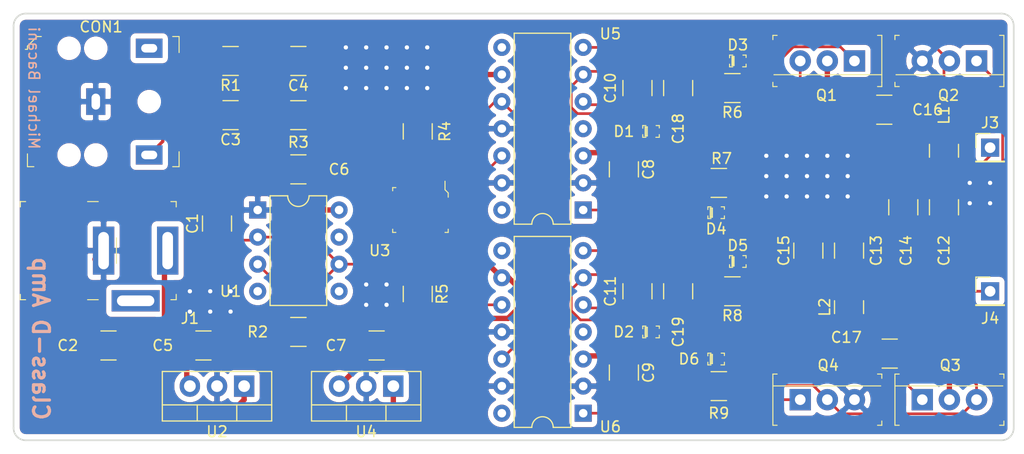
<source format=kicad_pcb>
(kicad_pcb (version 20171130) (host pcbnew "(5.1.8)-1")
  (layers (0 F.Cu signal) (1 In1.Cu power) (2 In2.Cu power) (31 B.Cu power) (34 B.Paste user) (35 F.Paste user) (36 B.SilkS user) (37 F.SilkS user) (38 B.Mask user) (39 F.Mask user) (44 Edge.Cuts user))
  (net 0 "")
  (net 1 GND)
  (net 2 "Net-(C1-Pad1)")
  (net 3 VCC)
  (net 4 "Net-(C3-Pad1)")
  (net 5 "Net-(C4-Pad1)")
  (net 6 +5V)
  (net 7 +12V)
  (net 8 "Net-(C10-Pad2)")
  (net 9 "Net-(C10-Pad1)")
  (net 10 "Net-(C11-Pad2)")
  (net 11 "Net-(C11-Pad1)")
  (net 12 "Net-(C12-Pad1)")
  (net 13 "Net-(C13-Pad1)")
  (net 14 "Net-(R2-Pad1)")
  (net 15 "Net-(R4-Pad1)")
  (net 16 "Net-(R5-Pad1)")
  (net 17 "Net-(U1-Pad4)")
  (net 18 "Net-(U1-Pad7)")
  (net 19 "Net-(U1-Pad5)")
  (net 20 "Net-(U5-Pad14)")
  (net 21 "Net-(U5-Pad4)")
  (net 22 "Net-(U5-Pad8)")
  (net 23 "Net-(U6-Pad14)")
  (net 24 "Net-(U6-Pad4)")
  (net 25 "Net-(U6-Pad8)")
  (net 26 "Net-(CON1-Pad2)")
  (net 27 "Net-(CON1-Pad3)")
  (net 28 "Net-(D3-PadA)")
  (net 29 "Net-(D3-PadK)")
  (net 30 "Net-(D4-PadA)")
  (net 31 "Net-(D4-PadK)")
  (net 32 "Net-(D5-PadA)")
  (net 33 "Net-(D5-PadK)")
  (net 34 "Net-(D6-PadA)")
  (net 35 "Net-(D6-PadK)")
  (module digikey-footprints:SOD-523 (layer F.Cu) (at 171.196 106.68)
    (fp_text reference D6 (at -2.54 0) (layer F.SilkS))
    (fp_text value 1N4148X-TP)
    (pad A smd rect (at 0.85 0) (size 0.4 0.35) (layers F.Cu F.Paste F.Mask) (net 34 "Net-(D6-PadA)"))
    (pad K smd rect (at -0.85 0) (size 0.4 0.35) (layers F.Cu F.Paste F.Mask) (net 35 "Net-(D6-PadK)"))
  )
  (module digikey-footprints:SOD-523 (layer F.Cu) (at 173.228 97.536)
    (fp_text reference D5 (at 0 -1.5) (layer F.SilkS))
    (fp_text value 1N4148X-TP)
    (pad A smd rect (at 0.85 0) (size 0.4 0.35) (layers F.Cu F.Paste F.Mask) (net 32 "Net-(D5-PadA)"))
    (pad K smd rect (at -0.85 0) (size 0.4 0.35) (layers F.Cu F.Paste F.Mask) (net 33 "Net-(D5-PadK)"))
  )
  (module digikey-footprints:SOD-523 (layer F.Cu) (at 171.196 92.964)
    (fp_text reference D4 (at 0 1.524) (layer F.SilkS))
    (fp_text value 1N4148X-TP)
    (pad A smd rect (at 0.85 0) (size 0.4 0.35) (layers F.Cu F.Paste F.Mask) (net 30 "Net-(D4-PadA)"))
    (pad K smd rect (at -0.85 0) (size 0.4 0.35) (layers F.Cu F.Paste F.Mask) (net 31 "Net-(D4-PadK)"))
  )
  (module digikey-footprints:SOD-523 (layer F.Cu) (at 173.228 78.74)
    (fp_text reference D3 (at 0 -1.5) (layer F.SilkS))
    (fp_text value 1N4148X-TP)
    (pad A smd rect (at 0.85 0) (size 0.4 0.35) (layers F.Cu F.Paste F.Mask) (net 28 "Net-(D3-PadA)"))
    (pad K smd rect (at -0.85 0) (size 0.4 0.35) (layers F.Cu F.Paste F.Mask) (net 29 "Net-(D3-PadK)"))
  )
  (module digikey-footprints:SOD-523 (layer F.Cu) (at 165.1 104.14)
    (fp_text reference D2 (at -2.54 0) (layer F.SilkS))
    (fp_text value 1N4148X-TP)
    (pad A smd rect (at 0.85 0) (size 0.4 0.35) (layers F.Cu F.Paste F.Mask) (net 7 +12V))
    (pad K smd rect (at -0.85 0) (size 0.4 0.35) (layers F.Cu F.Paste F.Mask) (net 11 "Net-(C11-Pad1)"))
  )
  (module digikey-footprints:SOD-523 (layer F.Cu) (at 165.1 85.344)
    (fp_text reference D1 (at -2.54 0) (layer F.SilkS))
    (fp_text value 1N4148X-TP)
    (pad A smd rect (at 0.85 0) (size 0.4 0.35) (layers F.Cu F.Paste F.Mask) (net 7 +12V))
    (pad K smd rect (at -0.85 0) (size 0.4 0.35) (layers F.Cu F.Paste F.Mask) (net 9 "Net-(C10-Pad1)"))
  )
  (module digikey-footprints:Headphone_Jack_3.5mm_SJ1-3523N (layer F.Cu) (at 118.11 82.55)
    (fp_text reference CON1 (at -4.5 -7) (layer F.SilkS))
    (fp_text value SJ1-3523N)
    (pad "" np_thru_hole circle (at -7.5 5) (size 1.2 1.2) (drill 1.2) (layers *.Cu *.Mask))
    (pad "" np_thru_hole circle (at -5 5) (size 1.2 1.2) (drill 1.2) (layers *.Cu *.Mask))
    (pad "" np_thru_hole circle (at -7.5 -5) (size 1.2 1.2) (drill 1.2) (layers *.Cu *.Mask))
    (pad "" np_thru_hole circle (at -5 -5) (size 1.2 1.2) (drill 1.2) (layers *.Cu *.Mask))
    (pad "" np_thru_hole circle (at 0 0) (size 1.2 1.2) (drill 1.2) (layers *.Cu *.Mask))
    (pad 1 thru_hole rect (at -5 0) (size 1.8 2.5) (drill oval 0.8 1.5) (layers *.Cu *.Mask) (net 1 GND))
    (pad 2 thru_hole rect (at 0 5) (size 2.5 1.8) (drill oval 1.5 0.8) (layers *.Cu *.Mask) (net 26 "Net-(CON1-Pad2)"))
    (pad 3 thru_hole rect (at 0 -5) (size 2.5 1.8) (drill oval 1.5 0.8) (layers *.Cu *.Mask) (net 27 "Net-(CON1-Pad3)"))
  )
  (module Package_DIP:DIP-14_W7.62mm (layer F.Cu) (at 158.75 111.76 180)
    (fp_text reference U6 (at -2.54 -1.27) (layer F.SilkS))
    (fp_text value IR2110)
    (pad 14 thru_hole oval (at 7.62 0 180) (size 1.6 1.6) (drill 0.8) (layers *.Cu *.Mask) (net 23 "Net-(U6-Pad14)"))
    (pad 7 thru_hole oval (at 0 15.24 180) (size 1.6 1.6) (drill 0.8) (layers *.Cu *.Mask) (net 33 "Net-(D5-PadK)"))
    (pad 13 thru_hole oval (at 7.62 2.54 180) (size 1.6 1.6) (drill 0.8) (layers *.Cu *.Mask) (net 1 GND))
    (pad 6 thru_hole oval (at 0 12.7 180) (size 1.6 1.6) (drill 0.8) (layers *.Cu *.Mask) (net 11 "Net-(C11-Pad1)"))
    (pad 12 thru_hole oval (at 7.62 5.08 180) (size 1.6 1.6) (drill 0.8) (layers *.Cu *.Mask) (net 15 "Net-(R4-Pad1)"))
    (pad 5 thru_hole oval (at 0 10.16 180) (size 1.6 1.6) (drill 0.8) (layers *.Cu *.Mask) (net 10 "Net-(C11-Pad2)"))
    (pad 11 thru_hole oval (at 7.62 7.62 180) (size 1.6 1.6) (drill 0.8) (layers *.Cu *.Mask) (net 1 GND))
    (pad 4 thru_hole oval (at 0 7.62 180) (size 1.6 1.6) (drill 0.8) (layers *.Cu *.Mask) (net 24 "Net-(U6-Pad4)"))
    (pad 10 thru_hole oval (at 7.62 10.16 180) (size 1.6 1.6) (drill 0.8) (layers *.Cu *.Mask) (net 16 "Net-(R5-Pad1)"))
    (pad 3 thru_hole oval (at 0 5.08 180) (size 1.6 1.6) (drill 0.8) (layers *.Cu *.Mask) (net 7 +12V))
    (pad 9 thru_hole oval (at 7.62 12.7 180) (size 1.6 1.6) (drill 0.8) (layers *.Cu *.Mask) (net 6 +5V))
    (pad 2 thru_hole oval (at 0 2.54 180) (size 1.6 1.6) (drill 0.8) (layers *.Cu *.Mask) (net 1 GND))
    (pad 8 thru_hole oval (at 7.62 15.24 180) (size 1.6 1.6) (drill 0.8) (layers *.Cu *.Mask) (net 25 "Net-(U6-Pad8)"))
    (pad 1 thru_hole rect (at 0 0 180) (size 1.6 1.6) (drill 0.8) (layers *.Cu *.Mask) (net 35 "Net-(D6-PadK)"))
  )
  (module Package_DIP:DIP-14_W7.62mm (layer F.Cu) (at 158.75 92.71 180)
    (fp_text reference U5 (at -2.54 16.51) (layer F.SilkS))
    (fp_text value IR2110)
    (pad 14 thru_hole oval (at 7.62 0 180) (size 1.6 1.6) (drill 0.8) (layers *.Cu *.Mask) (net 20 "Net-(U5-Pad14)"))
    (pad 7 thru_hole oval (at 0 15.24 180) (size 1.6 1.6) (drill 0.8) (layers *.Cu *.Mask) (net 29 "Net-(D3-PadK)"))
    (pad 13 thru_hole oval (at 7.62 2.54 180) (size 1.6 1.6) (drill 0.8) (layers *.Cu *.Mask) (net 1 GND))
    (pad 6 thru_hole oval (at 0 12.7 180) (size 1.6 1.6) (drill 0.8) (layers *.Cu *.Mask) (net 9 "Net-(C10-Pad1)"))
    (pad 12 thru_hole oval (at 7.62 5.08 180) (size 1.6 1.6) (drill 0.8) (layers *.Cu *.Mask) (net 16 "Net-(R5-Pad1)"))
    (pad 5 thru_hole oval (at 0 10.16 180) (size 1.6 1.6) (drill 0.8) (layers *.Cu *.Mask) (net 8 "Net-(C10-Pad2)"))
    (pad 11 thru_hole oval (at 7.62 7.62 180) (size 1.6 1.6) (drill 0.8) (layers *.Cu *.Mask) (net 1 GND))
    (pad 4 thru_hole oval (at 0 7.62 180) (size 1.6 1.6) (drill 0.8) (layers *.Cu *.Mask) (net 21 "Net-(U5-Pad4)"))
    (pad 10 thru_hole oval (at 7.62 10.16 180) (size 1.6 1.6) (drill 0.8) (layers *.Cu *.Mask) (net 15 "Net-(R4-Pad1)"))
    (pad 3 thru_hole oval (at 0 5.08 180) (size 1.6 1.6) (drill 0.8) (layers *.Cu *.Mask) (net 7 +12V))
    (pad 9 thru_hole oval (at 7.62 12.7 180) (size 1.6 1.6) (drill 0.8) (layers *.Cu *.Mask) (net 6 +5V))
    (pad 2 thru_hole oval (at 0 2.54 180) (size 1.6 1.6) (drill 0.8) (layers *.Cu *.Mask) (net 1 GND))
    (pad 8 thru_hole oval (at 7.62 15.24 180) (size 1.6 1.6) (drill 0.8) (layers *.Cu *.Mask) (net 22 "Net-(U5-Pad8)"))
    (pad 1 thru_hole rect (at 0 0 180) (size 1.6 1.6) (drill 0.8) (layers *.Cu *.Mask) (net 31 "Net-(D4-PadK)"))
  )
  (module Package_TO_SOT_THT:TO-220-3_Vertical (layer F.Cu) (at 140.97 109.22 180)
    (fp_text reference U4 (at 2.54 -4.27) (layer F.SilkS))
    (fp_text value LM7812_TO220)
    (pad 3 thru_hole oval (at 5.08 0 180) (size 1.905 2) (drill 1.1) (layers *.Cu *.Mask) (net 7 +12V))
    (pad 2 thru_hole oval (at 2.54 0 180) (size 1.905 2) (drill 1.1) (layers *.Cu *.Mask) (net 1 GND))
    (pad 1 thru_hole rect (at 0 0 180) (size 1.905 2) (drill 1.1) (layers *.Cu *.Mask) (net 3 VCC))
  )
  (module digikey-footprints:SOIC-8_W3.9mm (layer F.Cu) (at 143.51 92.71 180)
    (fp_text reference U3 (at 3.81 -3.81) (layer F.SilkS))
    (fp_text value LM393)
    (pad 3 smd rect (at 0.635 2.45 180) (size 0.6 2) (layers F.Cu F.Paste F.Mask) (net 2 "Net-(C1-Pad1)"))
    (pad 8 smd rect (at -1.905 -2.45 180) (size 0.6 2) (layers F.Cu F.Paste F.Mask) (net 6 +5V))
    (pad 7 smd rect (at -0.635 -2.45 180) (size 0.6 2) (layers F.Cu F.Paste F.Mask) (net 16 "Net-(R5-Pad1)"))
    (pad 6 smd rect (at 0.635 -2.45 180) (size 0.6 2) (layers F.Cu F.Paste F.Mask) (net 2 "Net-(C1-Pad1)"))
    (pad 5 smd rect (at 1.905 -2.45 180) (size 0.6 2) (layers F.Cu F.Paste F.Mask) (net 5 "Net-(C4-Pad1)"))
    (pad 4 smd rect (at 1.905 2.45 180) (size 0.6 2) (layers F.Cu F.Paste F.Mask) (net 1 GND))
    (pad 2 smd rect (at -0.635 2.45 180) (size 0.6 2) (layers F.Cu F.Paste F.Mask) (net 5 "Net-(C4-Pad1)"))
    (pad 1 smd rect (at -1.905 2.45 180) (size 0.6 2) (layers F.Cu F.Paste F.Mask) (net 15 "Net-(R4-Pad1)"))
  )
  (module Package_TO_SOT_THT:TO-220-3_Vertical (layer F.Cu) (at 127 109.22 180)
    (fp_text reference U2 (at 2.54 -4.27) (layer F.SilkS))
    (fp_text value LM7805_TO220)
    (pad 3 thru_hole oval (at 5.08 0 180) (size 1.905 2) (drill 1.1) (layers *.Cu *.Mask) (net 6 +5V))
    (pad 2 thru_hole oval (at 2.54 0 180) (size 1.905 2) (drill 1.1) (layers *.Cu *.Mask) (net 1 GND))
    (pad 1 thru_hole rect (at 0 0 180) (size 1.905 2) (drill 1.1) (layers *.Cu *.Mask) (net 3 VCC))
  )
  (module Package_DIP:DIP-8_W7.62mm (layer F.Cu) (at 128.27 92.71)
    (fp_text reference U1 (at -2.54 7.62) (layer F.SilkS))
    (fp_text value LMC555xN)
    (pad 8 thru_hole oval (at 7.62 0) (size 1.6 1.6) (drill 0.8) (layers *.Cu *.Mask) (net 6 +5V))
    (pad 4 thru_hole oval (at 0 7.62) (size 1.6 1.6) (drill 0.8) (layers *.Cu *.Mask) (net 17 "Net-(U1-Pad4)"))
    (pad 7 thru_hole oval (at 7.62 2.54) (size 1.6 1.6) (drill 0.8) (layers *.Cu *.Mask) (net 18 "Net-(U1-Pad7)"))
    (pad 3 thru_hole oval (at 0 5.08) (size 1.6 1.6) (drill 0.8) (layers *.Cu *.Mask) (net 14 "Net-(R2-Pad1)"))
    (pad 6 thru_hole oval (at 7.62 5.08) (size 1.6 1.6) (drill 0.8) (layers *.Cu *.Mask) (net 2 "Net-(C1-Pad1)"))
    (pad 2 thru_hole oval (at 0 2.54) (size 1.6 1.6) (drill 0.8) (layers *.Cu *.Mask) (net 2 "Net-(C1-Pad1)"))
    (pad 5 thru_hole oval (at 7.62 7.62) (size 1.6 1.6) (drill 0.8) (layers *.Cu *.Mask) (net 19 "Net-(U1-Pad5)"))
    (pad 1 thru_hole rect (at 0 0) (size 1.6 1.6) (drill 0.8) (layers *.Cu *.Mask) (net 1 GND))
  )
  (module Resistor_SMD:R_1210_3225Metric_Pad1.30x2.65mm_HandSolder (layer F.Cu) (at 171.45 109.22 180)
    (fp_text reference R9 (at 0 -2.54) (layer F.SilkS))
    (fp_text value 10)
    (pad 2 smd roundrect (at 1.55 0 180) (size 1.3 2.65) (layers F.Cu F.Paste F.Mask) (roundrect_rratio 0.192308) (net 35 "Net-(D6-PadK)"))
    (pad 1 smd roundrect (at -1.55 0 180) (size 1.3 2.65) (layers F.Cu F.Paste F.Mask) (roundrect_rratio 0.192308) (net 34 "Net-(D6-PadA)"))
  )
  (module Resistor_SMD:R_1210_3225Metric_Pad1.30x2.65mm_HandSolder (layer F.Cu) (at 172.72 100.33 180)
    (fp_text reference R8 (at 0 -2.286) (layer F.SilkS))
    (fp_text value 10)
    (pad 2 smd roundrect (at 1.55 0 180) (size 1.3 2.65) (layers F.Cu F.Paste F.Mask) (roundrect_rratio 0.192308) (net 33 "Net-(D5-PadK)"))
    (pad 1 smd roundrect (at -1.55 0 180) (size 1.3 2.65) (layers F.Cu F.Paste F.Mask) (roundrect_rratio 0.192308) (net 32 "Net-(D5-PadA)"))
  )
  (module Resistor_SMD:R_1210_3225Metric_Pad1.30x2.65mm_HandSolder (layer F.Cu) (at 171.45 90.17 180)
    (fp_text reference R7 (at -0.254 2.286) (layer F.SilkS))
    (fp_text value 10)
    (pad 2 smd roundrect (at 1.55 0 180) (size 1.3 2.65) (layers F.Cu F.Paste F.Mask) (roundrect_rratio 0.192308) (net 31 "Net-(D4-PadK)"))
    (pad 1 smd roundrect (at -1.55 0 180) (size 1.3 2.65) (layers F.Cu F.Paste F.Mask) (roundrect_rratio 0.192308) (net 30 "Net-(D4-PadA)"))
  )
  (module Resistor_SMD:R_1210_3225Metric_Pad1.30x2.65mm_HandSolder (layer F.Cu) (at 172.72 81.28 180)
    (fp_text reference R6 (at 0 -2.28) (layer F.SilkS))
    (fp_text value 10)
    (pad 2 smd roundrect (at 1.55 0 180) (size 1.3 2.65) (layers F.Cu F.Paste F.Mask) (roundrect_rratio 0.192308) (net 29 "Net-(D3-PadK)"))
    (pad 1 smd roundrect (at -1.55 0 180) (size 1.3 2.65) (layers F.Cu F.Paste F.Mask) (roundrect_rratio 0.192308) (net 28 "Net-(D3-PadA)"))
  )
  (module Resistor_SMD:R_1210_3225Metric_Pad1.30x2.65mm_HandSolder (layer F.Cu) (at 143.256 100.584 270)
    (fp_text reference R5 (at 0 -2.28 90) (layer F.SilkS))
    (fp_text value 10k)
    (pad 2 smd roundrect (at 1.55 0 270) (size 1.3 2.65) (layers F.Cu F.Paste F.Mask) (roundrect_rratio 0.192308) (net 6 +5V))
    (pad 1 smd roundrect (at -1.55 0 270) (size 1.3 2.65) (layers F.Cu F.Paste F.Mask) (roundrect_rratio 0.192308) (net 16 "Net-(R5-Pad1)"))
  )
  (module Resistor_SMD:R_1210_3225Metric_Pad1.30x2.65mm_HandSolder (layer F.Cu) (at 143.256 85.344 90)
    (fp_text reference R4 (at 0 2.54 90) (layer F.SilkS))
    (fp_text value 10k)
    (pad 2 smd roundrect (at 1.55 0 90) (size 1.3 2.65) (layers F.Cu F.Paste F.Mask) (roundrect_rratio 0.192308) (net 6 +5V))
    (pad 1 smd roundrect (at -1.55 0 90) (size 1.3 2.65) (layers F.Cu F.Paste F.Mask) (roundrect_rratio 0.192308) (net 15 "Net-(R4-Pad1)"))
  )
  (module Resistor_SMD:R_1210_3225Metric_Pad1.30x2.65mm_HandSolder (layer F.Cu) (at 132.08 83.82)
    (fp_text reference R3 (at 0 2.54) (layer F.SilkS))
    (fp_text value 330k)
    (pad 2 smd roundrect (at 1.55 0) (size 1.3 2.65) (layers F.Cu F.Paste F.Mask) (roundrect_rratio 0.192308) (net 5 "Net-(C4-Pad1)"))
    (pad 1 smd roundrect (at -1.55 0) (size 1.3 2.65) (layers F.Cu F.Paste F.Mask) (roundrect_rratio 0.192308) (net 1 GND))
  )
  (module Resistor_SMD:R_1210_3225Metric_Pad1.30x2.65mm_HandSolder (layer F.Cu) (at 132.08 104.14)
    (fp_text reference R2 (at -3.81 0) (layer F.SilkS))
    (fp_text value 3k3)
    (pad 2 smd roundrect (at 1.55 0) (size 1.3 2.65) (layers F.Cu F.Paste F.Mask) (roundrect_rratio 0.192308) (net 2 "Net-(C1-Pad1)"))
    (pad 1 smd roundrect (at -1.55 0) (size 1.3 2.65) (layers F.Cu F.Paste F.Mask) (roundrect_rratio 0.192308) (net 14 "Net-(R2-Pad1)"))
  )
  (module Resistor_SMD:R_1210_3225Metric_Pad1.30x2.65mm_HandSolder (layer F.Cu) (at 125.73 78.74 180)
    (fp_text reference R1 (at 0 -2.28) (layer F.SilkS))
    (fp_text value 2k2)
    (pad 2 smd roundrect (at 1.55 0 180) (size 1.3 2.65) (layers F.Cu F.Paste F.Mask) (roundrect_rratio 0.192308) (net 26 "Net-(CON1-Pad2)"))
    (pad 1 smd roundrect (at -1.55 0 180) (size 1.3 2.65) (layers F.Cu F.Paste F.Mask) (roundrect_rratio 0.192308) (net 4 "Net-(C3-Pad1)"))
  )
  (module digikey-footprints:TO-220-3 (layer F.Cu) (at 179.07 110.49)
    (fp_text reference Q4 (at 2.62 -3.22) (layer F.SilkS))
    (fp_text value Q_NMOS_GDS)
    (pad 3 thru_hole circle (at 5.08 0) (size 2 2) (drill 1) (layers *.Cu *.Mask) (net 1 GND))
    (pad 2 thru_hole circle (at 2.54 0) (size 2 2) (drill 1) (layers *.Cu *.Mask) (net 10 "Net-(C11-Pad2)"))
    (pad 1 thru_hole rect (at 0 0) (size 2 2) (drill 1) (layers *.Cu *.Mask) (net 34 "Net-(D6-PadA)"))
  )
  (module digikey-footprints:TO-220-3 (layer F.Cu) (at 190.5 110.49)
    (fp_text reference Q3 (at 2.62 -3.22) (layer F.SilkS))
    (fp_text value Q_NMOS_GDS)
    (pad 3 thru_hole circle (at 5.08 0) (size 2 2) (drill 1) (layers *.Cu *.Mask) (net 10 "Net-(C11-Pad2)"))
    (pad 2 thru_hole circle (at 2.54 0) (size 2 2) (drill 1) (layers *.Cu *.Mask) (net 7 +12V))
    (pad 1 thru_hole rect (at 0 0) (size 2 2) (drill 1) (layers *.Cu *.Mask) (net 32 "Net-(D5-PadA)"))
  )
  (module digikey-footprints:TO-220-3 (layer F.Cu) (at 195.58 78.74 180)
    (fp_text reference Q2 (at 2.62 -3.22) (layer F.SilkS))
    (fp_text value Q_NMOS_GDS)
    (pad 3 thru_hole circle (at 5.08 0 180) (size 2 2) (drill 1) (layers *.Cu *.Mask) (net 1 GND))
    (pad 2 thru_hole circle (at 2.54 0 180) (size 2 2) (drill 1) (layers *.Cu *.Mask) (net 8 "Net-(C10-Pad2)"))
    (pad 1 thru_hole rect (at 0 0 180) (size 2 2) (drill 1) (layers *.Cu *.Mask) (net 30 "Net-(D4-PadA)"))
  )
  (module digikey-footprints:TO-220-3 (layer F.Cu) (at 184.15 78.74 180)
    (fp_text reference Q1 (at 2.62 -3.22) (layer F.SilkS))
    (fp_text value Q_NMOS_GDS)
    (pad 3 thru_hole circle (at 5.08 0 180) (size 2 2) (drill 1) (layers *.Cu *.Mask) (net 8 "Net-(C10-Pad2)"))
    (pad 2 thru_hole circle (at 2.54 0 180) (size 2 2) (drill 1) (layers *.Cu *.Mask) (net 7 +12V))
    (pad 1 thru_hole rect (at 0 0 180) (size 2 2) (drill 1) (layers *.Cu *.Mask) (net 28 "Net-(D3-PadA)"))
  )
  (module Inductor_SMD:L_1210_3225Metric_Pad1.42x2.65mm_HandSolder (layer F.Cu) (at 183.642 101.8175 90)
    (fp_text reference L2 (at 0 -2.28 90) (layer F.SilkS))
    (fp_text value 22uH)
    (pad 2 smd roundrect (at 1.4875 0 90) (size 1.425 2.65) (layers F.Cu F.Paste F.Mask) (roundrect_rratio 0.175439) (net 13 "Net-(C13-Pad1)"))
    (pad 1 smd roundrect (at -1.4875 0 90) (size 1.425 2.65) (layers F.Cu F.Paste F.Mask) (roundrect_rratio 0.175439) (net 10 "Net-(C11-Pad2)"))
  )
  (module Inductor_SMD:L_1210_3225Metric_Pad1.42x2.65mm_HandSolder (layer F.Cu) (at 192.532 87.1585 270)
    (fp_text reference L1 (at -3.3385 0 90) (layer F.SilkS))
    (fp_text value 22uH)
    (pad 2 smd roundrect (at 1.4875 0 270) (size 1.425 2.65) (layers F.Cu F.Paste F.Mask) (roundrect_rratio 0.175439) (net 12 "Net-(C12-Pad1)"))
    (pad 1 smd roundrect (at -1.4875 0 270) (size 1.425 2.65) (layers F.Cu F.Paste F.Mask) (roundrect_rratio 0.175439) (net 8 "Net-(C10-Pad2)"))
  )
  (module Connector_PinHeader_2.54mm:PinHeader_1x01_P2.54mm_Vertical (layer F.Cu) (at 196.85 100.33)
    (fp_text reference J4 (at 0 2.54) (layer F.SilkS))
    (fp_text value Conn_01x01)
    (pad 1 thru_hole rect (at 0 0) (size 1.7 1.7) (drill 1) (layers *.Cu *.Mask) (net 13 "Net-(C13-Pad1)"))
  )
  (module Connector_PinHeader_2.54mm:PinHeader_1x01_P2.54mm_Vertical (layer F.Cu) (at 196.85 86.868)
    (fp_text reference J3 (at 0 -2.33) (layer F.SilkS))
    (fp_text value Conn_01x01)
    (pad 1 thru_hole rect (at 0 0) (size 1.7 1.7) (drill 1) (layers *.Cu *.Mask) (net 12 "Net-(C12-Pad1)"))
  )
  (module digikey-footprints:Barrel_Jack_5.5mmODx2.1mmID_PJ-202A (layer F.Cu) (at 116.84 96.52 90)
    (fp_text reference J1 (at -6.35 5.08 180) (layer F.SilkS))
    (fp_text value Barrel_Jack)
    (pad 2 thru_hole rect (at 0 -3 90) (size 4.5 2) (drill oval 3.5 1) (layers *.Cu *.Mask) (net 1 GND))
    (pad 1 thru_hole rect (at 0 3 90) (size 4.5 2) (drill oval 3.5 1) (layers *.Cu *.Mask) (net 3 VCC))
    (pad 3 thru_hole rect (at -4.7 0 90) (size 2 4.5) (drill oval 1 3.5) (layers *.Cu *.Mask))
  )
  (module Capacitor_SMD:C_1210_3225Metric_Pad1.33x2.70mm_HandSolder (layer F.Cu) (at 167.64 100.33 270)
    (fp_text reference C19 (at 3.81 0 90) (layer F.SilkS))
    (fp_text value 100n)
    (pad 2 smd roundrect (at 1.5625 0 270) (size 1.325 2.7) (layers F.Cu F.Paste F.Mask) (roundrect_rratio 0.188679) (net 10 "Net-(C11-Pad2)"))
    (pad 1 smd roundrect (at -1.5625 0 270) (size 1.325 2.7) (layers F.Cu F.Paste F.Mask) (roundrect_rratio 0.188679) (net 11 "Net-(C11-Pad1)"))
  )
  (module Capacitor_SMD:C_1210_3225Metric_Pad1.33x2.70mm_HandSolder (layer F.Cu) (at 167.64 81.28 270)
    (fp_text reference C18 (at 3.81 0 90) (layer F.SilkS))
    (fp_text value 100n)
    (pad 2 smd roundrect (at 1.5625 0 270) (size 1.325 2.7) (layers F.Cu F.Paste F.Mask) (roundrect_rratio 0.188679) (net 8 "Net-(C10-Pad2)"))
    (pad 1 smd roundrect (at -1.5625 0 270) (size 1.325 2.7) (layers F.Cu F.Paste F.Mask) (roundrect_rratio 0.188679) (net 9 "Net-(C10-Pad1)"))
  )
  (module Capacitor_SMD:C_1210_3225Metric_Pad1.33x2.70mm_HandSolder (layer F.Cu) (at 187.452 106.172 180)
    (fp_text reference C17 (at 4.064 1.524) (layer F.SilkS))
    (fp_text value 220n)
    (pad 2 smd roundrect (at 1.5625 0 180) (size 1.325 2.7) (layers F.Cu F.Paste F.Mask) (roundrect_rratio 0.188679) (net 1 GND))
    (pad 1 smd roundrect (at -1.5625 0 180) (size 1.325 2.7) (layers F.Cu F.Paste F.Mask) (roundrect_rratio 0.188679) (net 7 +12V))
  )
  (module Capacitor_SMD:C_1210_3225Metric_Pad1.33x2.70mm_HandSolder (layer F.Cu) (at 186.944 83.312)
    (fp_text reference C16 (at 4.064 0) (layer F.SilkS))
    (fp_text value 220n)
    (pad 2 smd roundrect (at 1.5625 0) (size 1.325 2.7) (layers F.Cu F.Paste F.Mask) (roundrect_rratio 0.188679) (net 1 GND))
    (pad 1 smd roundrect (at -1.5625 0) (size 1.325 2.7) (layers F.Cu F.Paste F.Mask) (roundrect_rratio 0.188679) (net 7 +12V))
  )
  (module Capacitor_SMD:C_1210_3225Metric_Pad1.33x2.70mm_HandSolder (layer F.Cu) (at 179.832 96.52 90)
    (fp_text reference C15 (at 0 -2.3 90) (layer F.SilkS))
    (fp_text value 470nF)
    (pad 2 smd roundrect (at 1.5625 0 90) (size 1.325 2.7) (layers F.Cu F.Paste F.Mask) (roundrect_rratio 0.188679) (net 1 GND))
    (pad 1 smd roundrect (at -1.5625 0 90) (size 1.325 2.7) (layers F.Cu F.Paste F.Mask) (roundrect_rratio 0.188679) (net 13 "Net-(C13-Pad1)"))
  )
  (module Capacitor_SMD:C_1210_3225Metric_Pad1.33x2.70mm_HandSolder (layer F.Cu) (at 188.722 92.456 270)
    (fp_text reference C14 (at 4.064 -0.254 90) (layer F.SilkS))
    (fp_text value 470nF)
    (pad 2 smd roundrect (at 1.5625 0 270) (size 1.325 2.7) (layers F.Cu F.Paste F.Mask) (roundrect_rratio 0.188679) (net 1 GND))
    (pad 1 smd roundrect (at -1.5625 0 270) (size 1.325 2.7) (layers F.Cu F.Paste F.Mask) (roundrect_rratio 0.188679) (net 12 "Net-(C12-Pad1)"))
  )
  (module Capacitor_SMD:C_1210_3225Metric_Pad1.33x2.70mm_HandSolder (layer F.Cu) (at 183.642 96.52 90)
    (fp_text reference C13 (at 0 2.54 90) (layer F.SilkS))
    (fp_text value 470nF)
    (pad 2 smd roundrect (at 1.5625 0 90) (size 1.325 2.7) (layers F.Cu F.Paste F.Mask) (roundrect_rratio 0.188679) (net 1 GND))
    (pad 1 smd roundrect (at -1.5625 0 90) (size 1.325 2.7) (layers F.Cu F.Paste F.Mask) (roundrect_rratio 0.188679) (net 13 "Net-(C13-Pad1)"))
  )
  (module Capacitor_SMD:C_1210_3225Metric_Pad1.33x2.70mm_HandSolder (layer F.Cu) (at 192.532 92.456 270)
    (fp_text reference C12 (at 4.064 0 90) (layer F.SilkS))
    (fp_text value 470nF)
    (pad 2 smd roundrect (at 1.5625 0 270) (size 1.325 2.7) (layers F.Cu F.Paste F.Mask) (roundrect_rratio 0.188679) (net 1 GND))
    (pad 1 smd roundrect (at -1.5625 0 270) (size 1.325 2.7) (layers F.Cu F.Paste F.Mask) (roundrect_rratio 0.188679) (net 12 "Net-(C12-Pad1)"))
  )
  (module Capacitor_SMD:C_1210_3225Metric_Pad1.33x2.70mm_HandSolder (layer F.Cu) (at 163.83 100.33 270)
    (fp_text reference C11 (at 0 2.54 90) (layer F.SilkS))
    (fp_text value 22uF)
    (pad 2 smd roundrect (at 1.5625 0 270) (size 1.325 2.7) (layers F.Cu F.Paste F.Mask) (roundrect_rratio 0.188679) (net 10 "Net-(C11-Pad2)"))
    (pad 1 smd roundrect (at -1.5625 0 270) (size 1.325 2.7) (layers F.Cu F.Paste F.Mask) (roundrect_rratio 0.188679) (net 11 "Net-(C11-Pad1)"))
  )
  (module Capacitor_SMD:C_1210_3225Metric_Pad1.33x2.70mm_HandSolder (layer F.Cu) (at 163.83 81.28 270)
    (fp_text reference C10 (at 0 2.54 90) (layer F.SilkS))
    (fp_text value 22uF)
    (pad 2 smd roundrect (at 1.5625 0 270) (size 1.325 2.7) (layers F.Cu F.Paste F.Mask) (roundrect_rratio 0.188679) (net 8 "Net-(C10-Pad2)"))
    (pad 1 smd roundrect (at -1.5625 0 270) (size 1.325 2.7) (layers F.Cu F.Paste F.Mask) (roundrect_rratio 0.188679) (net 9 "Net-(C10-Pad1)"))
  )
  (module Capacitor_SMD:C_1210_3225Metric_Pad1.33x2.70mm_HandSolder (layer F.Cu) (at 162.56 107.95 270)
    (fp_text reference C9 (at 0 -2.3 90) (layer F.SilkS))
    (fp_text value 47uF)
    (pad 2 smd roundrect (at 1.5625 0 270) (size 1.325 2.7) (layers F.Cu F.Paste F.Mask) (roundrect_rratio 0.188679) (net 1 GND))
    (pad 1 smd roundrect (at -1.5625 0 270) (size 1.325 2.7) (layers F.Cu F.Paste F.Mask) (roundrect_rratio 0.188679) (net 7 +12V))
  )
  (module Capacitor_SMD:C_1210_3225Metric_Pad1.33x2.70mm_HandSolder (layer F.Cu) (at 162.56 88.9 270)
    (fp_text reference C8 (at 0 -2.3 90) (layer F.SilkS))
    (fp_text value 47uF)
    (pad 2 smd roundrect (at 1.5625 0 270) (size 1.325 2.7) (layers F.Cu F.Paste F.Mask) (roundrect_rratio 0.188679) (net 1 GND))
    (pad 1 smd roundrect (at -1.5625 0 270) (size 1.325 2.7) (layers F.Cu F.Paste F.Mask) (roundrect_rratio 0.188679) (net 7 +12V))
  )
  (module Capacitor_SMD:C_1210_3225Metric_Pad1.33x2.70mm_HandSolder (layer F.Cu) (at 139.4075 105.41)
    (fp_text reference C7 (at -3.81 0) (layer F.SilkS))
    (fp_text value 47uF)
    (pad 2 smd roundrect (at 1.5625 0) (size 1.325 2.7) (layers F.Cu F.Paste F.Mask) (roundrect_rratio 0.188679) (net 1 GND))
    (pad 1 smd roundrect (at -1.5625 0) (size 1.325 2.7) (layers F.Cu F.Paste F.Mask) (roundrect_rratio 0.188679) (net 7 +12V))
  )
  (module Capacitor_SMD:C_1210_3225Metric_Pad1.33x2.70mm_HandSolder (layer F.Cu) (at 132.08 88.9 180)
    (fp_text reference C6 (at -3.81 0) (layer F.SilkS))
    (fp_text value 0.1uF)
    (pad 2 smd roundrect (at 1.5625 0 180) (size 1.325 2.7) (layers F.Cu F.Paste F.Mask) (roundrect_rratio 0.188679) (net 1 GND))
    (pad 1 smd roundrect (at -1.5625 0 180) (size 1.325 2.7) (layers F.Cu F.Paste F.Mask) (roundrect_rratio 0.188679) (net 6 +5V))
  )
  (module Capacitor_SMD:C_1210_3225Metric_Pad1.33x2.70mm_HandSolder (layer F.Cu) (at 123.19 105.41)
    (fp_text reference C5 (at -3.81 0) (layer F.SilkS))
    (fp_text value 47uF)
    (pad 2 smd roundrect (at 1.5625 0) (size 1.325 2.7) (layers F.Cu F.Paste F.Mask) (roundrect_rratio 0.188679) (net 1 GND))
    (pad 1 smd roundrect (at -1.5625 0) (size 1.325 2.7) (layers F.Cu F.Paste F.Mask) (roundrect_rratio 0.188679) (net 6 +5V))
  )
  (module Capacitor_SMD:C_1210_3225Metric_Pad1.33x2.70mm_HandSolder (layer F.Cu) (at 132.08 78.74 180)
    (fp_text reference C4 (at 0 -2.3) (layer F.SilkS))
    (fp_text value 10uF)
    (pad 2 smd roundrect (at 1.5625 0 180) (size 1.325 2.7) (layers F.Cu F.Paste F.Mask) (roundrect_rratio 0.188679) (net 4 "Net-(C3-Pad1)"))
    (pad 1 smd roundrect (at -1.5625 0 180) (size 1.325 2.7) (layers F.Cu F.Paste F.Mask) (roundrect_rratio 0.188679) (net 5 "Net-(C4-Pad1)"))
  )
  (module Capacitor_SMD:C_1210_3225Metric_Pad1.33x2.70mm_HandSolder (layer F.Cu) (at 125.73 83.82 180)
    (fp_text reference C3 (at 0 -2.3) (layer F.SilkS))
    (fp_text value 1n)
    (pad 2 smd roundrect (at 1.5625 0 180) (size 1.325 2.7) (layers F.Cu F.Paste F.Mask) (roundrect_rratio 0.188679) (net 1 GND))
    (pad 1 smd roundrect (at -1.5625 0 180) (size 1.325 2.7) (layers F.Cu F.Paste F.Mask) (roundrect_rratio 0.188679) (net 4 "Net-(C3-Pad1)"))
  )
  (module Capacitor_SMD:C_1210_3225Metric_Pad1.33x2.70mm_HandSolder (layer F.Cu) (at 114.3 105.41 180)
    (fp_text reference C2 (at 3.81 0) (layer F.SilkS))
    (fp_text value 47uF)
    (pad 2 smd roundrect (at 1.5625 0 180) (size 1.325 2.7) (layers F.Cu F.Paste F.Mask) (roundrect_rratio 0.188679) (net 1 GND))
    (pad 1 smd roundrect (at -1.5625 0 180) (size 1.325 2.7) (layers F.Cu F.Paste F.Mask) (roundrect_rratio 0.188679) (net 3 VCC))
  )
  (module Capacitor_SMD:C_1210_3225Metric_Pad1.33x2.70mm_HandSolder (layer F.Cu) (at 124.46 93.98 90)
    (fp_text reference C1 (at 0 -2.3 90) (layer F.SilkS))
    (fp_text value 1nF)
    (pad 2 smd roundrect (at 1.5625 0 90) (size 1.325 2.7) (layers F.Cu F.Paste F.Mask) (roundrect_rratio 0.188679) (net 1 GND))
    (pad 1 smd roundrect (at -1.5625 0 90) (size 1.325 2.7) (layers F.Cu F.Paste F.Mask) (roundrect_rratio 0.188679) (net 2 "Net-(C1-Pad1)"))
  )
  (gr_text "Michael Bacani" (at 107.315 81.28 270) (layer B.SilkS) (effects (font (size 1 1)) (justify mirror)))
  (gr_text "Class-D Amp" (at 107.95 104.775 270) (layer B.SilkS) (effects (font (size 1.5 1.5) (thickness 0.3)) (justify mirror)))
  (gr_arc (start 197.9168 113.157) (end 197.9168 114.3) (angle -90) (layer Edge.Cuts) (width 0.15))
  (gr_arc (start 197.9168 75.438) (end 199.0598 75.438) (angle -90) (layer Edge.Cuts) (width 0.15))
  (gr_arc (start 106.553 113.157) (end 105.41 113.157) (angle -90) (layer Edge.Cuts) (width 0.15))
  (gr_arc (start 106.553 75.438) (end 106.553 74.295) (angle -90) (layer Edge.Cuts) (width 0.15))
  (gr_line (start 197.9168 114.3) (end 106.553 114.3) (layer Edge.Cuts) (width 0.15))
  (gr_line (start 197.9168 74.295) (end 106.553 74.295) (layer Edge.Cuts) (width 0.15))
  (gr_line (start 105.41 113.157) (end 105.41 75.438) (layer Edge.Cuts) (width 0.15))
  (gr_line (start 199.0598 113.157) (end 199.0598 75.438) (layer Edge.Cuts) (width 0.15))
  (segment (start 113.03 97.33) (end 113.84 96.52) (width 0.5) (layer F.Cu) (net 1))
  (segment (start 112.7375 105.41) (end 113.03 105.1175) (width 0.5) (layer F.Cu) (net 1))
  (segment (start 159.0425 109.5125) (end 158.75 109.22) (width 0.5) (layer F.Cu) (net 1))
  (via (at 175.895 87.63) (size 0.8) (drill 0.4) (layers F.Cu B.Cu) (net 1))
  (via (at 177.8 87.63) (size 0.8) (drill 0.4) (layers F.Cu B.Cu) (net 1))
  (via (at 179.705 87.63) (size 0.8) (drill 0.4) (layers F.Cu B.Cu) (net 1))
  (via (at 181.61 87.63) (size 0.8) (drill 0.4) (layers F.Cu B.Cu) (net 1))
  (via (at 183.515 87.63) (size 0.8) (drill 0.4) (layers F.Cu B.Cu) (net 1))
  (via (at 183.515 89.535) (size 0.8) (drill 0.4) (layers F.Cu B.Cu) (net 1))
  (via (at 181.61 89.535) (size 0.8) (drill 0.4) (layers F.Cu B.Cu) (net 1))
  (via (at 181.61 91.44) (size 0.8) (drill 0.4) (layers F.Cu B.Cu) (net 1))
  (via (at 183.515 91.44) (size 0.8) (drill 0.4) (layers F.Cu B.Cu) (net 1))
  (via (at 179.705 91.44) (size 0.8) (drill 0.4) (layers F.Cu B.Cu) (net 1))
  (via (at 179.705 89.535) (size 0.8) (drill 0.4) (layers F.Cu B.Cu) (net 1))
  (via (at 177.8 89.535) (size 0.8) (drill 0.4) (layers F.Cu B.Cu) (net 1))
  (via (at 177.8 91.44) (size 0.8) (drill 0.4) (layers F.Cu B.Cu) (net 1))
  (via (at 175.895 89.535) (size 0.8) (drill 0.4) (layers F.Cu B.Cu) (net 1))
  (via (at 175.895 91.44) (size 0.8) (drill 0.4) (layers F.Cu B.Cu) (net 1))
  (via (at 136.525 77.47) (size 0.8) (drill 0.4) (layers F.Cu B.Cu) (net 1))
  (via (at 138.43 77.47) (size 0.8) (drill 0.4) (layers F.Cu B.Cu) (net 1))
  (via (at 140.335 77.47) (size 0.8) (drill 0.4) (layers F.Cu B.Cu) (net 1))
  (via (at 142.24 77.47) (size 0.8) (drill 0.4) (layers F.Cu B.Cu) (net 1))
  (via (at 144.145 77.47) (size 0.8) (drill 0.4) (layers F.Cu B.Cu) (net 1))
  (via (at 144.145 79.375) (size 0.8) (drill 0.4) (layers F.Cu B.Cu) (net 1))
  (via (at 142.24 79.375) (size 0.8) (drill 0.4) (layers F.Cu B.Cu) (net 1))
  (via (at 140.335 79.375) (size 0.8) (drill 0.4) (layers F.Cu B.Cu) (net 1))
  (via (at 138.43 79.375) (size 0.8) (drill 0.4) (layers F.Cu B.Cu) (net 1))
  (via (at 136.525 79.375) (size 0.8) (drill 0.4) (layers F.Cu B.Cu) (net 1))
  (via (at 136.525 81.28) (size 0.8) (drill 0.4) (layers F.Cu B.Cu) (net 1))
  (via (at 138.43 81.28) (size 0.8) (drill 0.4) (layers F.Cu B.Cu) (net 1))
  (via (at 140.335 81.28) (size 0.8) (drill 0.4) (layers F.Cu B.Cu) (net 1))
  (via (at 142.24 81.28) (size 0.8) (drill 0.4) (layers F.Cu B.Cu) (net 1))
  (via (at 144.145 81.28) (size 0.8) (drill 0.4) (layers F.Cu B.Cu) (net 1))
  (via (at 121.92 100.33) (size 0.8) (drill 0.4) (layers F.Cu B.Cu) (net 1))
  (via (at 123.825 100.33) (size 0.8) (drill 0.4) (layers F.Cu B.Cu) (net 1))
  (via (at 125.73 100.33) (size 0.8) (drill 0.4) (layers F.Cu B.Cu) (net 1))
  (via (at 125.73 102.235) (size 0.8) (drill 0.4) (layers F.Cu B.Cu) (net 1))
  (via (at 123.825 102.235) (size 0.8) (drill 0.4) (layers F.Cu B.Cu) (net 1))
  (via (at 121.92 102.235) (size 0.8) (drill 0.4) (layers F.Cu B.Cu) (net 1))
  (via (at 138.43 99.695) (size 0.8) (drill 0.4) (layers F.Cu B.Cu) (net 1))
  (via (at 140.335 99.695) (size 0.8) (drill 0.4) (layers F.Cu B.Cu) (net 1))
  (via (at 138.43 101.6) (size 0.8) (drill 0.4) (layers F.Cu B.Cu) (net 1))
  (via (at 140.335 101.6) (size 0.8) (drill 0.4) (layers F.Cu B.Cu) (net 1))
  (via (at 194.945 90.17) (size 0.8) (drill 0.4) (layers F.Cu B.Cu) (net 1))
  (via (at 196.85 90.17) (size 0.8) (drill 0.4) (layers F.Cu B.Cu) (net 1))
  (via (at 196.85 92.075) (size 0.8) (drill 0.4) (layers F.Cu B.Cu) (net 1))
  (via (at 194.945 92.075) (size 0.8) (drill 0.4) (layers F.Cu B.Cu) (net 1))
  (segment (start 127.9775 95.5425) (end 128.27 95.25) (width 0.25) (layer F.Cu) (net 2))
  (segment (start 124.46 95.5425) (end 127.9775 95.5425) (width 0.25) (layer F.Cu) (net 2))
  (segment (start 133.35 95.25) (end 135.89 97.79) (width 0.25) (layer F.Cu) (net 2))
  (segment (start 128.27 95.25) (end 133.35 95.25) (width 0.25) (layer F.Cu) (net 2))
  (segment (start 133.63 100.05) (end 135.89 97.79) (width 0.25) (layer F.Cu) (net 2))
  (segment (start 133.63 104.14) (end 133.63 100.05) (width 0.25) (layer F.Cu) (net 2))
  (segment (start 142.875 90.26) (end 142.875 95.16) (width 0.25) (layer F.Cu) (net 2))
  (segment (start 142.875 96.41) (end 142.875 95.16) (width 0.25) (layer F.Cu) (net 2))
  (segment (start 141.495 97.79) (end 142.875 96.41) (width 0.25) (layer F.Cu) (net 2))
  (segment (start 135.89 97.79) (end 141.495 97.79) (width 0.25) (layer F.Cu) (net 2))
  (segment (start 115.8625 105.41) (end 118.11 105.41) (width 0.5) (layer F.Cu) (net 3))
  (segment (start 119.540001 96.819999) (end 119.84 96.52) (width 0.5) (layer F.Cu) (net 3))
  (segment (start 119.540001 103.979999) (end 119.540001 96.819999) (width 0.5) (layer F.Cu) (net 3))
  (segment (start 118.11 105.41) (end 119.540001 103.979999) (width 0.5) (layer F.Cu) (net 3))
  (segment (start 115.8625 105.41) (end 115.8625 108.8775) (width 0.5) (layer F.Cu) (net 3))
  (segment (start 115.8625 108.8775) (end 118.745 111.76) (width 0.5) (layer F.Cu) (net 3))
  (segment (start 118.745 111.76) (end 125.73 111.76) (width 0.5) (layer F.Cu) (net 3))
  (segment (start 127 110.49) (end 127 109.22) (width 0.5) (layer F.Cu) (net 3))
  (segment (start 125.73 111.76) (end 127 110.49) (width 0.5) (layer F.Cu) (net 3))
  (segment (start 140.97 111.125) (end 140.97 109.22) (width 0.5) (layer F.Cu) (net 3))
  (segment (start 140.335 111.76) (end 140.97 111.125) (width 0.5) (layer F.Cu) (net 3))
  (segment (start 125.73 111.76) (end 140.335 111.76) (width 0.5) (layer F.Cu) (net 3))
  (segment (start 127.28 78.74) (end 130.5175 78.74) (width 0.3) (layer F.Cu) (net 4))
  (segment (start 127.2925 78.7525) (end 127.28 78.74) (width 0.3) (layer F.Cu) (net 4))
  (segment (start 127.2925 83.82) (end 127.2925 78.7525) (width 0.3) (layer F.Cu) (net 4))
  (segment (start 144.145 88.9254) (end 144.145 90.26) (width 0.25) (layer F.Cu) (net 5))
  (segment (start 142.6972 88.4428) (end 143.6624 88.4428) (width 0.25) (layer F.Cu) (net 5))
  (segment (start 142.249999 88.890001) (end 142.6972 88.4428) (width 0.25) (layer F.Cu) (net 5))
  (segment (start 143.6624 88.4428) (end 144.145 88.9254) (width 0.25) (layer F.Cu) (net 5))
  (segment (start 142.249999 92.065001) (end 142.249999 88.890001) (width 0.25) (layer F.Cu) (net 5))
  (segment (start 141.605 92.71) (end 142.249999 92.065001) (width 0.25) (layer F.Cu) (net 5))
  (segment (start 141.605 95.16) (end 141.605 92.71) (width 0.25) (layer F.Cu) (net 5))
  (segment (start 133.6425 83.8075) (end 133.63 83.82) (width 0.25) (layer F.Cu) (net 5))
  (segment (start 133.6425 78.74) (end 133.6425 83.8075) (width 0.25) (layer F.Cu) (net 5))
  (segment (start 133.63 86.005) (end 133.63 83.82) (width 0.25) (layer F.Cu) (net 5))
  (segment (start 135.255 87.63) (end 133.63 86.005) (width 0.25) (layer F.Cu) (net 5))
  (segment (start 135.255 89.535) (end 135.255 87.63) (width 0.25) (layer F.Cu) (net 5))
  (segment (start 140.88 95.16) (end 135.255 89.535) (width 0.25) (layer F.Cu) (net 5))
  (segment (start 141.605 95.16) (end 140.88 95.16) (width 0.25) (layer F.Cu) (net 5))
  (segment (start 121.6275 108.9275) (end 121.92 109.22) (width 0.5) (layer F.Cu) (net 6))
  (segment (start 121.6275 105.41) (end 121.6275 108.9275) (width 0.5) (layer F.Cu) (net 6))
  (segment (start 135.89 92.71) (end 134.62 92.71) (width 0.5) (layer F.Cu) (net 6))
  (segment (start 133.6425 91.7325) (end 133.6425 88.9) (width 0.5) (layer F.Cu) (net 6))
  (segment (start 134.62 92.71) (end 133.6425 91.7325) (width 0.5) (layer F.Cu) (net 6))
  (segment (start 143.256 102.134) (end 147.219 102.134) (width 0.5) (layer F.Cu) (net 6))
  (segment (start 147.219 102.134) (end 147.955 102.87) (width 0.5) (layer F.Cu) (net 6))
  (segment (start 151.710002 102.87) (end 153.035 101.545002) (width 0.5) (layer F.Cu) (net 6))
  (segment (start 147.955 102.87) (end 151.710002 102.87) (width 0.5) (layer F.Cu) (net 6))
  (segment (start 153.035 101.545002) (end 153.035 100.33) (width 0.5) (layer F.Cu) (net 6))
  (segment (start 151.765 99.06) (end 151.13 99.06) (width 0.5) (layer F.Cu) (net 6))
  (segment (start 153.035 100.33) (end 151.765 99.06) (width 0.5) (layer F.Cu) (net 6))
  (segment (start 145.415 95.16) (end 147.23 95.16) (width 0.5) (layer F.Cu) (net 6))
  (segment (start 147.23 95.16) (end 151.13 99.06) (width 0.5) (layer F.Cu) (net 6))
  (segment (start 143.256 83.794) (end 145.441 83.794) (width 0.5) (layer F.Cu) (net 6))
  (segment (start 149.225 80.01) (end 151.13 80.01) (width 0.5) (layer F.Cu) (net 6))
  (segment (start 145.441 83.794) (end 149.225 80.01) (width 0.5) (layer F.Cu) (net 6))
  (segment (start 137.845 107.265) (end 135.89 109.22) (width 0.5) (layer F.Cu) (net 7))
  (segment (start 137.845 105.41) (end 137.845 107.265) (width 0.5) (layer F.Cu) (net 7))
  (segment (start 185.3815 83.312) (end 182.88 83.312) (width 0.5) (layer F.Cu) (net 7))
  (segment (start 181.61 82.042) (end 181.61 78.74) (width 0.5) (layer F.Cu) (net 7))
  (segment (start 182.88 83.312) (end 181.61 82.042) (width 0.5) (layer F.Cu) (net 7))
  (segment (start 189.0145 106.172) (end 191.008 106.172) (width 0.5) (layer F.Cu) (net 7))
  (segment (start 193.04 108.204) (end 193.04 110.49) (width 0.5) (layer F.Cu) (net 7))
  (segment (start 191.008 106.172) (end 193.04 108.204) (width 0.5) (layer F.Cu) (net 7))
  (segment (start 159.0425 87.3375) (end 158.75 87.63) (width 0.5) (layer F.Cu) (net 7))
  (segment (start 162.56 87.3375) (end 159.0425 87.3375) (width 0.5) (layer F.Cu) (net 7))
  (segment (start 165.95 104.14) (end 165.95 105.322) (width 0.5) (layer F.Cu) (net 7))
  (segment (start 164.8845 106.3875) (end 162.56 106.3875) (width 0.5) (layer F.Cu) (net 7))
  (segment (start 165.95 105.322) (end 164.8845 106.3875) (width 0.5) (layer F.Cu) (net 7))
  (segment (start 159.0425 106.3875) (end 158.75 106.68) (width 0.5) (layer F.Cu) (net 7))
  (segment (start 162.56 106.3875) (end 159.0425 106.3875) (width 0.5) (layer F.Cu) (net 7))
  (segment (start 162.56 87.3375) (end 164.6305 87.3375) (width 0.5) (layer F.Cu) (net 7))
  (segment (start 165.95 86.018) (end 165.95 85.344) (width 0.5) (layer F.Cu) (net 7))
  (segment (start 164.6305 87.3375) (end 165.95 86.018) (width 0.5) (layer F.Cu) (net 7))
  (segment (start 159.0425 82.8425) (end 158.75 82.55) (width 0.25) (layer F.Cu) (net 8))
  (segment (start 163.83 82.8425) (end 159.0425 82.8425) (width 0.25) (layer F.Cu) (net 8))
  (segment (start 167.64 82.8425) (end 163.83 82.8425) (width 0.25) (layer F.Cu) (net 8))
  (segment (start 179.07 82.55) (end 179.07 78.74) (width 0.25) (layer F.Cu) (net 8))
  (segment (start 176.276 85.344) (end 179.07 82.55) (width 0.25) (layer F.Cu) (net 8))
  (segment (start 167.64 84.328) (end 168.656 85.344) (width 0.25) (layer F.Cu) (net 8))
  (segment (start 167.64 82.8425) (end 167.64 84.328) (width 0.25) (layer F.Cu) (net 8))
  (segment (start 192.532 79.248) (end 193.04 78.74) (width 0.25) (layer F.Cu) (net 8))
  (segment (start 192.532 85.671) (end 192.532 79.248) (width 0.25) (layer F.Cu) (net 8))
  (segment (start 170.18 85.344) (end 176.276 85.344) (width 0.25) (layer F.Cu) (net 8))
  (segment (start 168.656 85.344) (end 170.18 85.344) (width 0.25) (layer F.Cu) (net 8))
  (segment (start 172.8724 82.6516) (end 170.18 85.344) (width 0.25) (layer F.Cu) (net 8))
  (segment (start 172.8724 79.0956) (end 172.8724 82.6516) (width 0.25) (layer F.Cu) (net 8))
  (segment (start 175.768 76.2) (end 172.8724 79.0956) (width 0.25) (layer F.Cu) (net 8))
  (segment (start 190.5 76.2) (end 175.768 76.2) (width 0.25) (layer F.Cu) (net 8))
  (segment (start 193.04 78.74) (end 190.5 76.2) (width 0.25) (layer F.Cu) (net 8))
  (segment (start 159.0425 79.7175) (end 158.75 80.01) (width 0.25) (layer F.Cu) (net 9))
  (segment (start 163.83 79.7175) (end 159.0425 79.7175) (width 0.25) (layer F.Cu) (net 9))
  (segment (start 167.64 79.7175) (end 163.83 79.7175) (width 0.25) (layer F.Cu) (net 9))
  (segment (start 157.624999 81.135001) (end 158.75 80.01) (width 0.25) (layer F.Cu) (net 9))
  (segment (start 157.624999 83.090001) (end 157.624999 81.135001) (width 0.25) (layer F.Cu) (net 9))
  (segment (start 158.209999 83.675001) (end 157.624999 83.090001) (width 0.25) (layer F.Cu) (net 9))
  (segment (start 162.131001 83.675001) (end 158.209999 83.675001) (width 0.25) (layer F.Cu) (net 9))
  (segment (start 163.8 85.344) (end 162.131001 83.675001) (width 0.25) (layer F.Cu) (net 9))
  (segment (start 164.25 85.344) (end 163.8 85.344) (width 0.25) (layer F.Cu) (net 9))
  (segment (start 159.0425 101.8925) (end 158.75 101.6) (width 0.25) (layer F.Cu) (net 10))
  (segment (start 163.83 101.8925) (end 159.0425 101.8925) (width 0.25) (layer F.Cu) (net 10))
  (segment (start 163.83 101.8925) (end 167.64 101.8925) (width 0.25) (layer F.Cu) (net 10))
  (segment (start 180.284999 109.164999) (end 181.61 110.49) (width 0.25) (layer F.Cu) (net 10))
  (segment (start 176.262499 109.164999) (end 180.284999 109.164999) (width 0.25) (layer F.Cu) (net 10))
  (segment (start 168.99 101.8925) (end 176.262499 109.164999) (width 0.25) (layer F.Cu) (net 10))
  (segment (start 167.64 101.8925) (end 168.99 101.8925) (width 0.25) (layer F.Cu) (net 10))
  (segment (start 195.58 109.075787) (end 189.809213 103.305) (width 0.25) (layer F.Cu) (net 10))
  (segment (start 195.58 110.49) (end 195.58 109.075787) (width 0.25) (layer F.Cu) (net 10))
  (segment (start 194.254999 111.815001) (end 195.58 110.49) (width 0.25) (layer F.Cu) (net 10))
  (segment (start 182.935001 111.815001) (end 194.254999 111.815001) (width 0.25) (layer F.Cu) (net 10))
  (segment (start 181.61 110.49) (end 182.935001 111.815001) (width 0.25) (layer F.Cu) (net 10))
  (segment (start 183.642 103.305) (end 189.809213 103.305) (width 0.25) (layer F.Cu) (net 10))
  (segment (start 159.0425 98.7675) (end 158.75 99.06) (width 0.25) (layer F.Cu) (net 11))
  (segment (start 163.83 98.7675) (end 159.0425 98.7675) (width 0.25) (layer F.Cu) (net 11))
  (segment (start 163.83 98.7675) (end 167.64 98.7675) (width 0.25) (layer F.Cu) (net 11))
  (segment (start 157.624999 100.185001) (end 158.75 99.06) (width 0.25) (layer F.Cu) (net 11))
  (segment (start 157.624999 102.140001) (end 157.624999 100.185001) (width 0.25) (layer F.Cu) (net 11))
  (segment (start 158.499997 103.014999) (end 157.624999 102.140001) (width 0.25) (layer F.Cu) (net 11))
  (segment (start 163.124999 103.014999) (end 158.499997 103.014999) (width 0.25) (layer F.Cu) (net 11))
  (segment (start 164.25 104.14) (end 163.124999 103.014999) (width 0.25) (layer F.Cu) (net 11))
  (segment (start 188.722 90.8935) (end 192.532 90.8935) (width 0.25) (layer F.Cu) (net 12))
  (segment (start 192.532 90.8935) (end 192.532 88.646) (width 0.25) (layer F.Cu) (net 12))
  (segment (start 196.85 87.63) (end 196.85 86.868) (width 0.25) (layer F.Cu) (net 12))
  (segment (start 195.834 88.646) (end 196.85 87.63) (width 0.25) (layer F.Cu) (net 12))
  (segment (start 192.532 88.646) (end 195.834 88.646) (width 0.25) (layer F.Cu) (net 12))
  (segment (start 183.642 100.33) (end 183.642 98.0825) (width 0.25) (layer F.Cu) (net 13))
  (segment (start 183.642 98.0825) (end 179.832 98.0825) (width 0.25) (layer F.Cu) (net 13))
  (segment (start 183.642 100.33) (end 196.85 100.33) (width 0.25) (layer F.Cu) (net 13))
  (segment (start 130.53 100.05) (end 128.27 97.79) (width 0.25) (layer F.Cu) (net 14))
  (segment (start 130.53 104.14) (end 130.53 100.05) (width 0.25) (layer F.Cu) (net 14))
  (segment (start 145.415 89.053) (end 143.256 86.894) (width 0.25) (layer F.Cu) (net 15))
  (segment (start 145.415 90.26) (end 145.415 89.053) (width 0.25) (layer F.Cu) (net 15))
  (segment (start 153.61001 85.03001) (end 151.13 82.55) (width 0.25) (layer F.Cu) (net 15))
  (segment (start 153.61001 104.19999) (end 153.61001 85.03001) (width 0.25) (layer F.Cu) (net 15))
  (segment (start 151.13 106.68) (end 153.61001 104.19999) (width 0.25) (layer F.Cu) (net 15))
  (segment (start 150.495 82.55) (end 151.13 82.55) (width 0.25) (layer F.Cu) (net 15))
  (segment (start 145.415 87.63) (end 150.495 82.55) (width 0.25) (layer F.Cu) (net 15))
  (segment (start 145.415 90.26) (end 145.415 87.63) (width 0.25) (layer F.Cu) (net 15))
  (segment (start 149.335 101.6) (end 151.13 101.6) (width 0.25) (layer F.Cu) (net 16))
  (segment (start 144.145 96.41) (end 149.335 101.6) (width 0.25) (layer F.Cu) (net 16))
  (segment (start 144.145 95.16) (end 144.145 96.41) (width 0.25) (layer F.Cu) (net 16))
  (segment (start 144.145 97.155) (end 144.145 95.16) (width 0.25) (layer F.Cu) (net 16))
  (segment (start 143.256 98.044) (end 144.145 97.155) (width 0.25) (layer F.Cu) (net 16))
  (segment (start 143.256 99.034) (end 143.256 98.044) (width 0.25) (layer F.Cu) (net 16))
  (segment (start 151.13 87.63) (end 146.05 92.71) (width 0.25) (layer F.Cu) (net 16))
  (segment (start 146.05 92.71) (end 144.78 92.71) (width 0.25) (layer F.Cu) (net 16))
  (segment (start 144.78 92.71) (end 144.145 93.345) (width 0.25) (layer F.Cu) (net 16))
  (segment (start 144.145 93.345) (end 144.145 95.16) (width 0.25) (layer F.Cu) (net 16))
  (segment (start 124.18 78.74) (end 124.18 79.02) (width 0.25) (layer F.Cu) (net 26))
  (segment (start 119.38 86.28) (end 118.11 87.55) (width 0.3) (layer F.Cu) (net 26))
  (segment (start 119.38 81.28) (end 119.38 86.28) (width 0.3) (layer F.Cu) (net 26))
  (segment (start 121.92 78.74) (end 119.38 81.28) (width 0.3) (layer F.Cu) (net 26))
  (segment (start 124.18 78.74) (end 121.92 78.74) (width 0.3) (layer F.Cu) (net 26))
  (segment (start 174.27 81.28) (end 175.768 81.28) (width 0.25) (layer F.Cu) (net 28))
  (segment (start 175.768 81.28) (end 177.292 79.756) (width 0.25) (layer F.Cu) (net 28))
  (segment (start 182.824999 77.414999) (end 184.15 78.74) (width 0.25) (layer F.Cu) (net 28))
  (segment (start 178.433999 77.414999) (end 182.824999 77.414999) (width 0.25) (layer F.Cu) (net 28))
  (segment (start 177.292 78.556998) (end 178.433999 77.414999) (width 0.25) (layer F.Cu) (net 28))
  (segment (start 177.292 79.756) (end 177.292 78.556998) (width 0.25) (layer F.Cu) (net 28))
  (segment (start 174.078 81.088) (end 174.27 81.28) (width 0.25) (layer F.Cu) (net 28))
  (segment (start 174.078 78.74) (end 174.078 81.088) (width 0.25) (layer F.Cu) (net 28))
  (segment (start 169.418 77.47) (end 158.75 77.47) (width 0.25) (layer F.Cu) (net 29))
  (segment (start 171.17 79.222) (end 169.418 77.47) (width 0.25) (layer F.Cu) (net 29))
  (segment (start 171.17 81.28) (end 171.17 79.222) (width 0.25) (layer F.Cu) (net 29))
  (segment (start 171.17 81.28) (end 171.17 79.02) (width 0.25) (layer F.Cu) (net 29))
  (segment (start 171.17 79.02) (end 171.45 78.74) (width 0.25) (layer F.Cu) (net 29))
  (segment (start 171.45 78.74) (end 172.378 78.74) (width 0.25) (layer F.Cu) (net 29))
  (segment (start 172.046 92.622) (end 173 91.668) (width 0.25) (layer F.Cu) (net 30))
  (segment (start 173 91.668) (end 173 90.17) (width 0.25) (layer F.Cu) (net 30))
  (segment (start 172.046 92.964) (end 172.046 92.622) (width 0.25) (layer F.Cu) (net 30))
  (segment (start 198.025001 93.439999) (end 198.025001 81.185001) (width 0.25) (layer F.Cu) (net 30))
  (segment (start 195.51999 95.94501) (end 198.025001 93.439999) (width 0.25) (layer F.Cu) (net 30))
  (segment (start 198.025001 81.185001) (end 195.58 78.74) (width 0.25) (layer F.Cu) (net 30))
  (segment (start 175.75181 95.94501) (end 195.51999 95.94501) (width 0.25) (layer F.Cu) (net 30))
  (segment (start 173 93.1932) (end 175.75181 95.94501) (width 0.25) (layer F.Cu) (net 30))
  (segment (start 173 90.17) (end 173 93.1932) (width 0.25) (layer F.Cu) (net 30))
  (segment (start 169.9 90.17) (end 167.386 90.17) (width 0.25) (layer F.Cu) (net 31))
  (segment (start 164.846 92.71) (end 158.75 92.71) (width 0.25) (layer F.Cu) (net 31))
  (segment (start 167.386 90.17) (end 164.846 92.71) (width 0.25) (layer F.Cu) (net 31))
  (segment (start 169.9 92.15) (end 169.9 90.17) (width 0.25) (layer F.Cu) (net 31))
  (segment (start 170.346 92.596) (end 169.9 92.15) (width 0.25) (layer F.Cu) (net 31))
  (segment (start 170.346 92.964) (end 170.346 92.596) (width 0.25) (layer F.Cu) (net 31))
  (segment (start 188.02699 108.01699) (end 190.5 110.49) (width 0.25) (layer F.Cu) (net 32))
  (segment (start 188.02699 105.9838) (end 188.02699 108.01699) (width 0.25) (layer F.Cu) (net 32))
  (segment (start 180.18899 104.49699) (end 186.54018 104.49699) (width 0.25) (layer F.Cu) (net 32))
  (segment (start 186.54018 104.49699) (end 188.02699 105.9838) (width 0.25) (layer F.Cu) (net 32))
  (segment (start 176.022 100.33) (end 180.18899 104.49699) (width 0.25) (layer F.Cu) (net 32))
  (segment (start 174.27 100.33) (end 176.022 100.33) (width 0.25) (layer F.Cu) (net 32))
  (segment (start 174.078 100.138) (end 174.27 100.33) (width 0.25) (layer F.Cu) (net 32))
  (segment (start 174.078 97.536) (end 174.078 100.138) (width 0.25) (layer F.Cu) (net 32))
  (segment (start 169.672 96.52) (end 158.75 96.52) (width 0.25) (layer F.Cu) (net 33))
  (segment (start 171.17 98.018) (end 169.672 96.52) (width 0.25) (layer F.Cu) (net 33))
  (segment (start 171.17 100.33) (end 171.17 98.018) (width 0.25) (layer F.Cu) (net 33))
  (segment (start 172.378 97.536) (end 171.704 97.536) (width 0.25) (layer F.Cu) (net 33))
  (segment (start 171.222 98.018) (end 171.17 98.018) (width 0.25) (layer F.Cu) (net 33))
  (segment (start 171.704 97.536) (end 171.222 98.018) (width 0.25) (layer F.Cu) (net 33))
  (segment (start 173 109.22) (end 174.244 109.22) (width 0.25) (layer F.Cu) (net 34))
  (segment (start 175.514 110.49) (end 179.07 110.49) (width 0.25) (layer F.Cu) (net 34))
  (segment (start 174.244 109.22) (end 175.514 110.49) (width 0.25) (layer F.Cu) (net 34))
  (segment (start 172.046 106.68) (end 172.72 106.68) (width 0.25) (layer F.Cu) (net 34))
  (segment (start 173 106.96) (end 173 109.22) (width 0.25) (layer F.Cu) (net 34))
  (segment (start 172.72 106.68) (end 173 106.96) (width 0.25) (layer F.Cu) (net 34))
  (segment (start 158.75 111.76) (end 165.1 111.76) (width 0.25) (layer F.Cu) (net 35))
  (segment (start 167.64 109.22) (end 169.9 109.22) (width 0.25) (layer F.Cu) (net 35))
  (segment (start 165.1 111.76) (end 167.64 109.22) (width 0.25) (layer F.Cu) (net 35))
  (segment (start 169.9 107.468) (end 169.9 109.22) (width 0.25) (layer F.Cu) (net 35))
  (segment (start 170.346 107.022) (end 169.9 107.468) (width 0.25) (layer F.Cu) (net 35))
  (segment (start 170.346 106.68) (end 170.346 107.022) (width 0.25) (layer F.Cu) (net 35))
  (zone (net 1) (net_name GND) (layer B.Cu) (connect_pads (clearance 0.508)) (min_thickness 0.254) (fill yes (arc_segments 32) (thermal_gap 0.508) (thermal_bridge_width 0.508))
    (polygon (pts (xy 200.025 115.57) (xy 104.14 115.57) (xy 104.14 73.025) (xy 200.025 73.025)))
  )
  (zone (net 1) (net_name GND) (layer F.Cu) (connect_pads (clearance 0.508)) (min_thickness 0.254) (fill yes (arc_segments 32) (thermal_gap 0.508) (thermal_bridge_width 0.508))
    (polygon (pts (xy 200.025 115.57) (xy 104.14 115.57) (xy 104.14 73.025) (xy 200.025 73.025)))
  )
)
</source>
